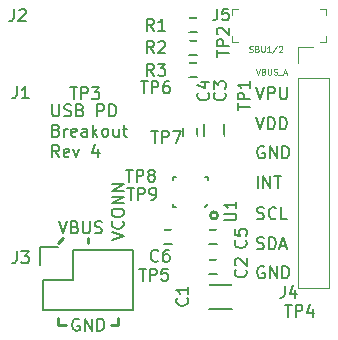
<source format=gto>
G04 #@! TF.GenerationSoftware,KiCad,Pcbnew,5.1.10*
G04 #@! TF.CreationDate,2021-05-27T14:54:43+02:00*
G04 #@! TF.ProjectId,USB-PD-Breakout,5553422d-5044-42d4-9272-65616b6f7574,rev?*
G04 #@! TF.SameCoordinates,Original*
G04 #@! TF.FileFunction,Legend,Top*
G04 #@! TF.FilePolarity,Positive*
%FSLAX46Y46*%
G04 Gerber Fmt 4.6, Leading zero omitted, Abs format (unit mm)*
G04 Created by KiCad (PCBNEW 5.1.10) date 2021-05-27 14:54:43*
%MOMM*%
%LPD*%
G01*
G04 APERTURE LIST*
%ADD10C,0.125000*%
%ADD11C,0.203200*%
%ADD12C,0.254000*%
%ADD13C,0.150000*%
%ADD14C,0.120000*%
%ADD15C,0.100000*%
%ADD16O,3.000000X1.500000*%
%ADD17O,2.500000X1.500000*%
%ADD18O,1.300000X2.000000*%
%ADD19O,2.127200X2.127200*%
%ADD20C,7.400000*%
%ADD21C,1.000000*%
%ADD22O,2.100000X2.100000*%
%ADD23C,1.670000*%
%ADD24C,2.500000*%
G04 APERTURE END LIST*
D10*
X129213942Y-77723180D02*
X129285371Y-77746990D01*
X129404419Y-77746990D01*
X129452038Y-77723180D01*
X129475847Y-77699371D01*
X129499657Y-77651752D01*
X129499657Y-77604133D01*
X129475847Y-77556514D01*
X129452038Y-77532704D01*
X129404419Y-77508895D01*
X129309180Y-77485085D01*
X129261561Y-77461276D01*
X129237752Y-77437466D01*
X129213942Y-77389847D01*
X129213942Y-77342228D01*
X129237752Y-77294609D01*
X129261561Y-77270800D01*
X129309180Y-77246990D01*
X129428228Y-77246990D01*
X129499657Y-77270800D01*
X129880609Y-77485085D02*
X129952038Y-77508895D01*
X129975847Y-77532704D01*
X129999657Y-77580323D01*
X129999657Y-77651752D01*
X129975847Y-77699371D01*
X129952038Y-77723180D01*
X129904419Y-77746990D01*
X129713942Y-77746990D01*
X129713942Y-77246990D01*
X129880609Y-77246990D01*
X129928228Y-77270800D01*
X129952038Y-77294609D01*
X129975847Y-77342228D01*
X129975847Y-77389847D01*
X129952038Y-77437466D01*
X129928228Y-77461276D01*
X129880609Y-77485085D01*
X129713942Y-77485085D01*
X130213942Y-77246990D02*
X130213942Y-77651752D01*
X130237752Y-77699371D01*
X130261561Y-77723180D01*
X130309180Y-77746990D01*
X130404419Y-77746990D01*
X130452038Y-77723180D01*
X130475847Y-77699371D01*
X130499657Y-77651752D01*
X130499657Y-77246990D01*
X130999657Y-77746990D02*
X130713942Y-77746990D01*
X130856800Y-77746990D02*
X130856800Y-77246990D01*
X130809180Y-77318419D01*
X130761561Y-77366038D01*
X130713942Y-77389847D01*
X131571085Y-77223180D02*
X131142514Y-77866038D01*
X131713942Y-77294609D02*
X131737752Y-77270800D01*
X131785371Y-77246990D01*
X131904419Y-77246990D01*
X131952038Y-77270800D01*
X131975847Y-77294609D01*
X131999657Y-77342228D01*
X131999657Y-77389847D01*
X131975847Y-77461276D01*
X131690133Y-77746990D01*
X131999657Y-77746990D01*
D11*
X112514984Y-82171419D02*
X112514984Y-82993895D01*
X112563365Y-83090657D01*
X112611746Y-83139038D01*
X112708508Y-83187419D01*
X112902032Y-83187419D01*
X112998794Y-83139038D01*
X113047175Y-83090657D01*
X113095556Y-82993895D01*
X113095556Y-82171419D01*
X113530984Y-83139038D02*
X113676127Y-83187419D01*
X113918032Y-83187419D01*
X114014794Y-83139038D01*
X114063175Y-83090657D01*
X114111556Y-82993895D01*
X114111556Y-82897133D01*
X114063175Y-82800371D01*
X114014794Y-82751990D01*
X113918032Y-82703609D01*
X113724508Y-82655228D01*
X113627746Y-82606847D01*
X113579365Y-82558466D01*
X113530984Y-82461704D01*
X113530984Y-82364942D01*
X113579365Y-82268180D01*
X113627746Y-82219800D01*
X113724508Y-82171419D01*
X113966413Y-82171419D01*
X114111556Y-82219800D01*
X114885651Y-82655228D02*
X115030794Y-82703609D01*
X115079175Y-82751990D01*
X115127556Y-82848752D01*
X115127556Y-82993895D01*
X115079175Y-83090657D01*
X115030794Y-83139038D01*
X114934032Y-83187419D01*
X114546984Y-83187419D01*
X114546984Y-82171419D01*
X114885651Y-82171419D01*
X114982413Y-82219800D01*
X115030794Y-82268180D01*
X115079175Y-82364942D01*
X115079175Y-82461704D01*
X115030794Y-82558466D01*
X114982413Y-82606847D01*
X114885651Y-82655228D01*
X114546984Y-82655228D01*
X116337080Y-83187419D02*
X116337080Y-82171419D01*
X116724127Y-82171419D01*
X116820889Y-82219800D01*
X116869270Y-82268180D01*
X116917651Y-82364942D01*
X116917651Y-82510085D01*
X116869270Y-82606847D01*
X116820889Y-82655228D01*
X116724127Y-82703609D01*
X116337080Y-82703609D01*
X117353080Y-83187419D02*
X117353080Y-82171419D01*
X117594984Y-82171419D01*
X117740127Y-82219800D01*
X117836889Y-82316561D01*
X117885270Y-82413323D01*
X117933651Y-82606847D01*
X117933651Y-82751990D01*
X117885270Y-82945514D01*
X117836889Y-83042276D01*
X117740127Y-83139038D01*
X117594984Y-83187419D01*
X117353080Y-83187419D01*
X112853651Y-84382428D02*
X112998794Y-84430809D01*
X113047175Y-84479190D01*
X113095556Y-84575952D01*
X113095556Y-84721095D01*
X113047175Y-84817857D01*
X112998794Y-84866238D01*
X112902032Y-84914619D01*
X112514984Y-84914619D01*
X112514984Y-83898619D01*
X112853651Y-83898619D01*
X112950413Y-83947000D01*
X112998794Y-83995380D01*
X113047175Y-84092142D01*
X113047175Y-84188904D01*
X112998794Y-84285666D01*
X112950413Y-84334047D01*
X112853651Y-84382428D01*
X112514984Y-84382428D01*
X113530984Y-84914619D02*
X113530984Y-84237285D01*
X113530984Y-84430809D02*
X113579365Y-84334047D01*
X113627746Y-84285666D01*
X113724508Y-84237285D01*
X113821270Y-84237285D01*
X114546984Y-84866238D02*
X114450222Y-84914619D01*
X114256699Y-84914619D01*
X114159937Y-84866238D01*
X114111556Y-84769476D01*
X114111556Y-84382428D01*
X114159937Y-84285666D01*
X114256699Y-84237285D01*
X114450222Y-84237285D01*
X114546984Y-84285666D01*
X114595365Y-84382428D01*
X114595365Y-84479190D01*
X114111556Y-84575952D01*
X115466222Y-84914619D02*
X115466222Y-84382428D01*
X115417841Y-84285666D01*
X115321080Y-84237285D01*
X115127556Y-84237285D01*
X115030794Y-84285666D01*
X115466222Y-84866238D02*
X115369460Y-84914619D01*
X115127556Y-84914619D01*
X115030794Y-84866238D01*
X114982413Y-84769476D01*
X114982413Y-84672714D01*
X115030794Y-84575952D01*
X115127556Y-84527571D01*
X115369460Y-84527571D01*
X115466222Y-84479190D01*
X115950032Y-84914619D02*
X115950032Y-83898619D01*
X116046794Y-84527571D02*
X116337080Y-84914619D01*
X116337080Y-84237285D02*
X115950032Y-84624333D01*
X116917651Y-84914619D02*
X116820889Y-84866238D01*
X116772508Y-84817857D01*
X116724127Y-84721095D01*
X116724127Y-84430809D01*
X116772508Y-84334047D01*
X116820889Y-84285666D01*
X116917651Y-84237285D01*
X117062794Y-84237285D01*
X117159556Y-84285666D01*
X117207937Y-84334047D01*
X117256318Y-84430809D01*
X117256318Y-84721095D01*
X117207937Y-84817857D01*
X117159556Y-84866238D01*
X117062794Y-84914619D01*
X116917651Y-84914619D01*
X118127175Y-84237285D02*
X118127175Y-84914619D01*
X117691746Y-84237285D02*
X117691746Y-84769476D01*
X117740127Y-84866238D01*
X117836889Y-84914619D01*
X117982032Y-84914619D01*
X118078794Y-84866238D01*
X118127175Y-84817857D01*
X118465841Y-84237285D02*
X118852889Y-84237285D01*
X118610984Y-83898619D02*
X118610984Y-84769476D01*
X118659365Y-84866238D01*
X118756127Y-84914619D01*
X118852889Y-84914619D01*
X113095556Y-86641819D02*
X112756889Y-86158009D01*
X112514984Y-86641819D02*
X112514984Y-85625819D01*
X112902032Y-85625819D01*
X112998794Y-85674200D01*
X113047175Y-85722580D01*
X113095556Y-85819342D01*
X113095556Y-85964485D01*
X113047175Y-86061247D01*
X112998794Y-86109628D01*
X112902032Y-86158009D01*
X112514984Y-86158009D01*
X113918032Y-86593438D02*
X113821270Y-86641819D01*
X113627746Y-86641819D01*
X113530984Y-86593438D01*
X113482603Y-86496676D01*
X113482603Y-86109628D01*
X113530984Y-86012866D01*
X113627746Y-85964485D01*
X113821270Y-85964485D01*
X113918032Y-86012866D01*
X113966413Y-86109628D01*
X113966413Y-86206390D01*
X113482603Y-86303152D01*
X114305080Y-85964485D02*
X114546984Y-86641819D01*
X114788889Y-85964485D01*
X116385460Y-85964485D02*
X116385460Y-86641819D01*
X116143556Y-85577438D02*
X115901651Y-86303152D01*
X116530603Y-86303152D01*
D12*
X113030000Y-93900000D02*
X113411000Y-93519000D01*
X115570000Y-93900000D02*
X115570000Y-93519000D01*
D11*
X113072333Y-92073619D02*
X113411000Y-93089619D01*
X113749666Y-92073619D01*
X114427000Y-92557428D02*
X114572142Y-92605809D01*
X114620523Y-92654190D01*
X114668904Y-92750952D01*
X114668904Y-92896095D01*
X114620523Y-92992857D01*
X114572142Y-93041238D01*
X114475380Y-93089619D01*
X114088333Y-93089619D01*
X114088333Y-92073619D01*
X114427000Y-92073619D01*
X114523761Y-92122000D01*
X114572142Y-92170380D01*
X114620523Y-92267142D01*
X114620523Y-92363904D01*
X114572142Y-92460666D01*
X114523761Y-92509047D01*
X114427000Y-92557428D01*
X114088333Y-92557428D01*
X115104333Y-92073619D02*
X115104333Y-92896095D01*
X115152714Y-92992857D01*
X115201095Y-93041238D01*
X115297857Y-93089619D01*
X115491380Y-93089619D01*
X115588142Y-93041238D01*
X115636523Y-92992857D01*
X115684904Y-92896095D01*
X115684904Y-92073619D01*
X116120333Y-93041238D02*
X116265476Y-93089619D01*
X116507380Y-93089619D01*
X116604142Y-93041238D01*
X116652523Y-92992857D01*
X116700904Y-92896095D01*
X116700904Y-92799333D01*
X116652523Y-92702571D01*
X116604142Y-92654190D01*
X116507380Y-92605809D01*
X116313857Y-92557428D01*
X116217095Y-92509047D01*
X116168714Y-92460666D01*
X116120333Y-92363904D01*
X116120333Y-92267142D01*
X116168714Y-92170380D01*
X116217095Y-92122000D01*
X116313857Y-92073619D01*
X116555761Y-92073619D01*
X116700904Y-92122000D01*
D12*
X113030000Y-100885000D02*
X113030000Y-100250000D01*
X113665000Y-100885000D02*
X113030000Y-100885000D01*
X118110000Y-100885000D02*
X118110000Y-100250000D01*
X117475000Y-100885000D02*
X118110000Y-100885000D01*
D11*
X114795904Y-100377000D02*
X114699142Y-100328619D01*
X114554000Y-100328619D01*
X114408857Y-100377000D01*
X114312095Y-100473761D01*
X114263714Y-100570523D01*
X114215333Y-100764047D01*
X114215333Y-100909190D01*
X114263714Y-101102714D01*
X114312095Y-101199476D01*
X114408857Y-101296238D01*
X114554000Y-101344619D01*
X114650761Y-101344619D01*
X114795904Y-101296238D01*
X114844285Y-101247857D01*
X114844285Y-100909190D01*
X114650761Y-100909190D01*
X115279714Y-101344619D02*
X115279714Y-100328619D01*
X115860285Y-101344619D01*
X115860285Y-100328619D01*
X116344095Y-101344619D02*
X116344095Y-100328619D01*
X116586000Y-100328619D01*
X116731142Y-100377000D01*
X116827904Y-100473761D01*
X116876285Y-100570523D01*
X116924666Y-100764047D01*
X116924666Y-100909190D01*
X116876285Y-101102714D01*
X116827904Y-101199476D01*
X116731142Y-101296238D01*
X116586000Y-101344619D01*
X116344095Y-101344619D01*
X117553619Y-93671158D02*
X118569619Y-93332491D01*
X117553619Y-92993824D01*
X118472857Y-92074586D02*
X118521238Y-92122967D01*
X118569619Y-92268110D01*
X118569619Y-92364872D01*
X118521238Y-92510015D01*
X118424476Y-92606777D01*
X118327714Y-92655158D01*
X118134190Y-92703539D01*
X117989047Y-92703539D01*
X117795523Y-92655158D01*
X117698761Y-92606777D01*
X117602000Y-92510015D01*
X117553619Y-92364872D01*
X117553619Y-92268110D01*
X117602000Y-92122967D01*
X117650380Y-92074586D01*
X117553619Y-91445634D02*
X117553619Y-91252110D01*
X117602000Y-91155348D01*
X117698761Y-91058586D01*
X117892285Y-91010205D01*
X118230952Y-91010205D01*
X118424476Y-91058586D01*
X118521238Y-91155348D01*
X118569619Y-91252110D01*
X118569619Y-91445634D01*
X118521238Y-91542396D01*
X118424476Y-91639158D01*
X118230952Y-91687539D01*
X117892285Y-91687539D01*
X117698761Y-91639158D01*
X117602000Y-91542396D01*
X117553619Y-91445634D01*
X118569619Y-90574777D02*
X117553619Y-90574777D01*
X118569619Y-89994205D01*
X117553619Y-89994205D01*
X118569619Y-89510396D02*
X117553619Y-89510396D01*
X118569619Y-88929824D01*
X117553619Y-88929824D01*
X129768841Y-83263619D02*
X130107508Y-84279619D01*
X130446175Y-83263619D01*
X130784841Y-84279619D02*
X130784841Y-83263619D01*
X131026746Y-83263619D01*
X131171889Y-83312000D01*
X131268651Y-83408761D01*
X131317032Y-83505523D01*
X131365413Y-83699047D01*
X131365413Y-83844190D01*
X131317032Y-84037714D01*
X131268651Y-84134476D01*
X131171889Y-84231238D01*
X131026746Y-84279619D01*
X130784841Y-84279619D01*
X131800841Y-84279619D02*
X131800841Y-83263619D01*
X132042746Y-83263619D01*
X132187889Y-83312000D01*
X132284651Y-83408761D01*
X132333032Y-83505523D01*
X132381413Y-83699047D01*
X132381413Y-83844190D01*
X132333032Y-84037714D01*
X132284651Y-84134476D01*
X132187889Y-84231238D01*
X132042746Y-84279619D01*
X131800841Y-84279619D01*
X130446175Y-85772000D02*
X130349413Y-85723619D01*
X130204270Y-85723619D01*
X130059127Y-85772000D01*
X129962365Y-85868761D01*
X129913984Y-85965523D01*
X129865603Y-86159047D01*
X129865603Y-86304190D01*
X129913984Y-86497714D01*
X129962365Y-86594476D01*
X130059127Y-86691238D01*
X130204270Y-86739619D01*
X130301032Y-86739619D01*
X130446175Y-86691238D01*
X130494556Y-86642857D01*
X130494556Y-86304190D01*
X130301032Y-86304190D01*
X130929984Y-86739619D02*
X130929984Y-85723619D01*
X131510556Y-86739619D01*
X131510556Y-85723619D01*
X131994365Y-86739619D02*
X131994365Y-85723619D01*
X132236270Y-85723619D01*
X132381413Y-85772000D01*
X132478175Y-85868761D01*
X132526556Y-85965523D01*
X132574937Y-86159047D01*
X132574937Y-86304190D01*
X132526556Y-86497714D01*
X132478175Y-86594476D01*
X132381413Y-86691238D01*
X132236270Y-86739619D01*
X131994365Y-86739619D01*
X129865603Y-94391238D02*
X130010746Y-94439619D01*
X130252651Y-94439619D01*
X130349413Y-94391238D01*
X130397794Y-94342857D01*
X130446175Y-94246095D01*
X130446175Y-94149333D01*
X130397794Y-94052571D01*
X130349413Y-94004190D01*
X130252651Y-93955809D01*
X130059127Y-93907428D01*
X129962365Y-93859047D01*
X129913984Y-93810666D01*
X129865603Y-93713904D01*
X129865603Y-93617142D01*
X129913984Y-93520380D01*
X129962365Y-93472000D01*
X130059127Y-93423619D01*
X130301032Y-93423619D01*
X130446175Y-93472000D01*
X130881603Y-94439619D02*
X130881603Y-93423619D01*
X131123508Y-93423619D01*
X131268651Y-93472000D01*
X131365413Y-93568761D01*
X131413794Y-93665523D01*
X131462175Y-93859047D01*
X131462175Y-94004190D01*
X131413794Y-94197714D01*
X131365413Y-94294476D01*
X131268651Y-94391238D01*
X131123508Y-94439619D01*
X130881603Y-94439619D01*
X131849222Y-94149333D02*
X132333032Y-94149333D01*
X131752460Y-94439619D02*
X132091127Y-93423619D01*
X132429794Y-94439619D01*
X129913984Y-89279619D02*
X129913984Y-88263619D01*
X130397794Y-89279619D02*
X130397794Y-88263619D01*
X130978365Y-89279619D01*
X130978365Y-88263619D01*
X131317032Y-88263619D02*
X131897603Y-88263619D01*
X131607318Y-89279619D02*
X131607318Y-88263619D01*
X129768841Y-80723619D02*
X130107508Y-81739619D01*
X130446175Y-80723619D01*
X130784841Y-81739619D02*
X130784841Y-80723619D01*
X131171889Y-80723619D01*
X131268651Y-80772000D01*
X131317032Y-80820380D01*
X131365413Y-80917142D01*
X131365413Y-81062285D01*
X131317032Y-81159047D01*
X131268651Y-81207428D01*
X131171889Y-81255809D01*
X130784841Y-81255809D01*
X131800841Y-80723619D02*
X131800841Y-81546095D01*
X131849222Y-81642857D01*
X131897603Y-81691238D01*
X131994365Y-81739619D01*
X132187889Y-81739619D01*
X132284651Y-81691238D01*
X132333032Y-81642857D01*
X132381413Y-81546095D01*
X132381413Y-80723619D01*
D10*
X129770469Y-79177390D02*
X129937135Y-79677390D01*
X130103802Y-79177390D01*
X130437135Y-79415485D02*
X130508564Y-79439295D01*
X130532373Y-79463104D01*
X130556183Y-79510723D01*
X130556183Y-79582152D01*
X130532373Y-79629771D01*
X130508564Y-79653580D01*
X130460945Y-79677390D01*
X130270469Y-79677390D01*
X130270469Y-79177390D01*
X130437135Y-79177390D01*
X130484754Y-79201200D01*
X130508564Y-79225009D01*
X130532373Y-79272628D01*
X130532373Y-79320247D01*
X130508564Y-79367866D01*
X130484754Y-79391676D01*
X130437135Y-79415485D01*
X130270469Y-79415485D01*
X130770469Y-79177390D02*
X130770469Y-79582152D01*
X130794278Y-79629771D01*
X130818088Y-79653580D01*
X130865707Y-79677390D01*
X130960945Y-79677390D01*
X131008564Y-79653580D01*
X131032373Y-79629771D01*
X131056183Y-79582152D01*
X131056183Y-79177390D01*
X131270469Y-79653580D02*
X131341897Y-79677390D01*
X131460945Y-79677390D01*
X131508564Y-79653580D01*
X131532373Y-79629771D01*
X131556183Y-79582152D01*
X131556183Y-79534533D01*
X131532373Y-79486914D01*
X131508564Y-79463104D01*
X131460945Y-79439295D01*
X131365707Y-79415485D01*
X131318088Y-79391676D01*
X131294278Y-79367866D01*
X131270469Y-79320247D01*
X131270469Y-79272628D01*
X131294278Y-79225009D01*
X131318088Y-79201200D01*
X131365707Y-79177390D01*
X131484754Y-79177390D01*
X131556183Y-79201200D01*
X131651421Y-79725009D02*
X132032373Y-79725009D01*
X132127611Y-79534533D02*
X132365707Y-79534533D01*
X132079992Y-79677390D02*
X132246659Y-79177390D01*
X132413326Y-79677390D01*
D11*
X129865603Y-91851238D02*
X130010746Y-91899619D01*
X130252651Y-91899619D01*
X130349413Y-91851238D01*
X130397794Y-91802857D01*
X130446175Y-91706095D01*
X130446175Y-91609333D01*
X130397794Y-91512571D01*
X130349413Y-91464190D01*
X130252651Y-91415809D01*
X130059127Y-91367428D01*
X129962365Y-91319047D01*
X129913984Y-91270666D01*
X129865603Y-91173904D01*
X129865603Y-91077142D01*
X129913984Y-90980380D01*
X129962365Y-90932000D01*
X130059127Y-90883619D01*
X130301032Y-90883619D01*
X130446175Y-90932000D01*
X131462175Y-91802857D02*
X131413794Y-91851238D01*
X131268651Y-91899619D01*
X131171889Y-91899619D01*
X131026746Y-91851238D01*
X130929984Y-91754476D01*
X130881603Y-91657714D01*
X130833222Y-91464190D01*
X130833222Y-91319047D01*
X130881603Y-91125523D01*
X130929984Y-91028761D01*
X131026746Y-90932000D01*
X131171889Y-90883619D01*
X131268651Y-90883619D01*
X131413794Y-90932000D01*
X131462175Y-90980380D01*
X132381413Y-91899619D02*
X131897603Y-91899619D01*
X131897603Y-90883619D01*
X130446175Y-95932000D02*
X130349413Y-95883619D01*
X130204270Y-95883619D01*
X130059127Y-95932000D01*
X129962365Y-96028761D01*
X129913984Y-96125523D01*
X129865603Y-96319047D01*
X129865603Y-96464190D01*
X129913984Y-96657714D01*
X129962365Y-96754476D01*
X130059127Y-96851238D01*
X130204270Y-96899619D01*
X130301032Y-96899619D01*
X130446175Y-96851238D01*
X130494556Y-96802857D01*
X130494556Y-96464190D01*
X130301032Y-96464190D01*
X130929984Y-96899619D02*
X130929984Y-95883619D01*
X131510556Y-96899619D01*
X131510556Y-95883619D01*
X131994365Y-96899619D02*
X131994365Y-95883619D01*
X132236270Y-95883619D01*
X132381413Y-95932000D01*
X132478175Y-96028761D01*
X132526556Y-96125523D01*
X132574937Y-96319047D01*
X132574937Y-96464190D01*
X132526556Y-96657714D01*
X132478175Y-96754476D01*
X132381413Y-96851238D01*
X132236270Y-96899619D01*
X131994365Y-96899619D01*
D13*
X114300000Y-99615000D02*
X111760000Y-99615000D01*
X111760000Y-99615000D02*
X111760000Y-97075000D01*
X111480000Y-94255000D02*
X111480000Y-95805000D01*
X119380000Y-99615000D02*
X114300000Y-99615000D01*
X119380000Y-94535000D02*
X119380000Y-99615000D01*
X114300000Y-97075000D02*
X114300000Y-94535000D01*
X111760000Y-97075000D02*
X114300000Y-97075000D01*
X111480000Y-94255000D02*
X113030000Y-94255000D01*
X119380000Y-94535000D02*
X114300000Y-94535000D01*
X125746000Y-99497000D02*
X127746000Y-99497000D01*
X127746000Y-97447000D02*
X125746000Y-97447000D01*
X126461000Y-96532000D02*
X125761000Y-96532000D01*
X125761000Y-95332000D02*
X126461000Y-95332000D01*
X127088000Y-84828000D02*
X127088000Y-83828000D01*
X125388000Y-83828000D02*
X125388000Y-84828000D01*
X124806000Y-84152000D02*
X124806000Y-84852000D01*
X123606000Y-84852000D02*
X123606000Y-84152000D01*
X126461000Y-93992000D02*
X125761000Y-93992000D01*
X125761000Y-92792000D02*
X126461000Y-92792000D01*
X121951000Y-92792000D02*
X122651000Y-92792000D01*
X122651000Y-93992000D02*
X121951000Y-93992000D01*
X124110000Y-74885000D02*
X124810000Y-74885000D01*
X124810000Y-76085000D02*
X124110000Y-76085000D01*
X124110000Y-76790000D02*
X124810000Y-76790000D01*
X124810000Y-77990000D02*
X124110000Y-77990000D01*
X124110000Y-78695000D02*
X124810000Y-78695000D01*
X124810000Y-79895000D02*
X124110000Y-79895000D01*
X122706000Y-88332000D02*
X122706000Y-88582000D01*
X122956000Y-88332000D02*
X122706000Y-88332000D01*
X125706000Y-88332000D02*
X125706000Y-88582000D01*
X125456000Y-88332000D02*
X125706000Y-88332000D01*
X122706000Y-90832000D02*
X122706000Y-90582000D01*
X122956000Y-90832000D02*
X122706000Y-90832000D01*
X125706000Y-90582000D02*
X125456000Y-90832000D01*
D12*
X126506000Y-91582000D02*
G75*
G03*
X126506000Y-91582000I-300000J0D01*
G01*
D14*
X133290000Y-79930000D02*
X133290000Y-97770000D01*
X133290000Y-97770000D02*
X135950000Y-97770000D01*
X135950000Y-97770000D02*
X135950000Y-79930000D01*
X135950000Y-79930000D02*
X133290000Y-79930000D01*
X133290000Y-78660000D02*
X133290000Y-77330000D01*
X133290000Y-77330000D02*
X134620000Y-77330000D01*
D15*
X135659000Y-74101500D02*
X135159000Y-74101500D01*
X135659000Y-74101500D02*
X135659000Y-74601500D01*
X127759000Y-74101500D02*
X128259000Y-74101500D01*
X127759000Y-74101500D02*
X127759000Y-74601500D01*
X127759000Y-76901500D02*
X127759000Y-76401500D01*
X127759000Y-76901500D02*
X128259000Y-76901500D01*
X135659000Y-76901500D02*
X135159000Y-76901500D01*
X135659000Y-76901500D02*
X135659000Y-76401500D01*
D11*
X109516333Y-80643619D02*
X109516333Y-81369333D01*
X109467952Y-81514476D01*
X109371190Y-81611238D01*
X109226047Y-81659619D01*
X109129285Y-81659619D01*
X110532333Y-81659619D02*
X109951761Y-81659619D01*
X110242047Y-81659619D02*
X110242047Y-80643619D01*
X110145285Y-80788761D01*
X110048523Y-80885523D01*
X109951761Y-80933904D01*
X109262333Y-74119619D02*
X109262333Y-74845333D01*
X109213952Y-74990476D01*
X109117190Y-75087238D01*
X108972047Y-75135619D01*
X108875285Y-75135619D01*
X109697761Y-74216380D02*
X109746142Y-74168000D01*
X109842904Y-74119619D01*
X110084809Y-74119619D01*
X110181571Y-74168000D01*
X110229952Y-74216380D01*
X110278333Y-74313142D01*
X110278333Y-74409904D01*
X110229952Y-74555047D01*
X109649380Y-75135619D01*
X110278333Y-75135619D01*
X109516333Y-94613619D02*
X109516333Y-95339333D01*
X109467952Y-95484476D01*
X109371190Y-95581238D01*
X109226047Y-95629619D01*
X109129285Y-95629619D01*
X109903380Y-94613619D02*
X110532333Y-94613619D01*
X110193666Y-95000666D01*
X110338809Y-95000666D01*
X110435571Y-95049047D01*
X110483952Y-95097428D01*
X110532333Y-95194190D01*
X110532333Y-95436095D01*
X110483952Y-95532857D01*
X110435571Y-95581238D01*
X110338809Y-95629619D01*
X110048523Y-95629619D01*
X109951761Y-95581238D01*
X109903380Y-95532857D01*
X123933857Y-98594333D02*
X123982238Y-98642714D01*
X124030619Y-98787857D01*
X124030619Y-98884619D01*
X123982238Y-99029761D01*
X123885476Y-99126523D01*
X123788714Y-99174904D01*
X123595190Y-99223285D01*
X123450047Y-99223285D01*
X123256523Y-99174904D01*
X123159761Y-99126523D01*
X123063000Y-99029761D01*
X123014619Y-98884619D01*
X123014619Y-98787857D01*
X123063000Y-98642714D01*
X123111380Y-98594333D01*
X124030619Y-97626714D02*
X124030619Y-98207285D01*
X124030619Y-97917000D02*
X123014619Y-97917000D01*
X123159761Y-98013761D01*
X123256523Y-98110523D01*
X123304904Y-98207285D01*
X128886857Y-96181333D02*
X128935238Y-96229714D01*
X128983619Y-96374857D01*
X128983619Y-96471619D01*
X128935238Y-96616761D01*
X128838476Y-96713523D01*
X128741714Y-96761904D01*
X128548190Y-96810285D01*
X128403047Y-96810285D01*
X128209523Y-96761904D01*
X128112761Y-96713523D01*
X128016000Y-96616761D01*
X127967619Y-96471619D01*
X127967619Y-96374857D01*
X128016000Y-96229714D01*
X128064380Y-96181333D01*
X128064380Y-95794285D02*
X128016000Y-95745904D01*
X127967619Y-95649142D01*
X127967619Y-95407238D01*
X128016000Y-95310476D01*
X128064380Y-95262095D01*
X128161142Y-95213714D01*
X128257904Y-95213714D01*
X128403047Y-95262095D01*
X128983619Y-95842666D01*
X128983619Y-95213714D01*
X127108857Y-81195333D02*
X127157238Y-81243714D01*
X127205619Y-81388857D01*
X127205619Y-81485619D01*
X127157238Y-81630761D01*
X127060476Y-81727523D01*
X126963714Y-81775904D01*
X126770190Y-81824285D01*
X126625047Y-81824285D01*
X126431523Y-81775904D01*
X126334761Y-81727523D01*
X126238000Y-81630761D01*
X126189619Y-81485619D01*
X126189619Y-81388857D01*
X126238000Y-81243714D01*
X126286380Y-81195333D01*
X126189619Y-80856666D02*
X126189619Y-80227714D01*
X126576666Y-80566380D01*
X126576666Y-80421238D01*
X126625047Y-80324476D01*
X126673428Y-80276095D01*
X126770190Y-80227714D01*
X127012095Y-80227714D01*
X127108857Y-80276095D01*
X127157238Y-80324476D01*
X127205619Y-80421238D01*
X127205619Y-80711523D01*
X127157238Y-80808285D01*
X127108857Y-80856666D01*
X125711857Y-81195333D02*
X125760238Y-81243714D01*
X125808619Y-81388857D01*
X125808619Y-81485619D01*
X125760238Y-81630761D01*
X125663476Y-81727523D01*
X125566714Y-81775904D01*
X125373190Y-81824285D01*
X125228047Y-81824285D01*
X125034523Y-81775904D01*
X124937761Y-81727523D01*
X124841000Y-81630761D01*
X124792619Y-81485619D01*
X124792619Y-81388857D01*
X124841000Y-81243714D01*
X124889380Y-81195333D01*
X125131285Y-80324476D02*
X125808619Y-80324476D01*
X124744238Y-80566380D02*
X125469952Y-80808285D01*
X125469952Y-80179333D01*
X128886857Y-93688333D02*
X128935238Y-93736714D01*
X128983619Y-93881857D01*
X128983619Y-93978619D01*
X128935238Y-94123761D01*
X128838476Y-94220523D01*
X128741714Y-94268904D01*
X128548190Y-94317285D01*
X128403047Y-94317285D01*
X128209523Y-94268904D01*
X128112761Y-94220523D01*
X128016000Y-94123761D01*
X127967619Y-93978619D01*
X127967619Y-93881857D01*
X128016000Y-93736714D01*
X128064380Y-93688333D01*
X127967619Y-92769095D02*
X127967619Y-93252904D01*
X128451428Y-93301285D01*
X128403047Y-93252904D01*
X128354666Y-93156142D01*
X128354666Y-92914238D01*
X128403047Y-92817476D01*
X128451428Y-92769095D01*
X128548190Y-92720714D01*
X128790095Y-92720714D01*
X128886857Y-92769095D01*
X128935238Y-92817476D01*
X128983619Y-92914238D01*
X128983619Y-93156142D01*
X128935238Y-93252904D01*
X128886857Y-93301285D01*
X121496666Y-95405857D02*
X121448285Y-95454238D01*
X121303142Y-95502619D01*
X121206380Y-95502619D01*
X121061238Y-95454238D01*
X120964476Y-95357476D01*
X120916095Y-95260714D01*
X120867714Y-95067190D01*
X120867714Y-94922047D01*
X120916095Y-94728523D01*
X120964476Y-94631761D01*
X121061238Y-94535000D01*
X121206380Y-94486619D01*
X121303142Y-94486619D01*
X121448285Y-94535000D01*
X121496666Y-94583380D01*
X122367523Y-94486619D02*
X122174000Y-94486619D01*
X122077238Y-94535000D01*
X122028857Y-94583380D01*
X121932095Y-94728523D01*
X121883714Y-94922047D01*
X121883714Y-95309095D01*
X121932095Y-95405857D01*
X121980476Y-95454238D01*
X122077238Y-95502619D01*
X122270761Y-95502619D01*
X122367523Y-95454238D01*
X122415904Y-95405857D01*
X122464285Y-95309095D01*
X122464285Y-95067190D01*
X122415904Y-94970428D01*
X122367523Y-94922047D01*
X122270761Y-94873666D01*
X122077238Y-94873666D01*
X121980476Y-94922047D01*
X121932095Y-94970428D01*
X121883714Y-95067190D01*
X121115666Y-75944619D02*
X120777000Y-75460809D01*
X120535095Y-75944619D02*
X120535095Y-74928619D01*
X120922142Y-74928619D01*
X121018904Y-74977000D01*
X121067285Y-75025380D01*
X121115666Y-75122142D01*
X121115666Y-75267285D01*
X121067285Y-75364047D01*
X121018904Y-75412428D01*
X120922142Y-75460809D01*
X120535095Y-75460809D01*
X122083285Y-75944619D02*
X121502714Y-75944619D01*
X121793000Y-75944619D02*
X121793000Y-74928619D01*
X121696238Y-75073761D01*
X121599476Y-75170523D01*
X121502714Y-75218904D01*
X121115666Y-77849619D02*
X120777000Y-77365809D01*
X120535095Y-77849619D02*
X120535095Y-76833619D01*
X120922142Y-76833619D01*
X121018904Y-76882000D01*
X121067285Y-76930380D01*
X121115666Y-77027142D01*
X121115666Y-77172285D01*
X121067285Y-77269047D01*
X121018904Y-77317428D01*
X120922142Y-77365809D01*
X120535095Y-77365809D01*
X121502714Y-76930380D02*
X121551095Y-76882000D01*
X121647857Y-76833619D01*
X121889761Y-76833619D01*
X121986523Y-76882000D01*
X122034904Y-76930380D01*
X122083285Y-77027142D01*
X122083285Y-77123904D01*
X122034904Y-77269047D01*
X121454333Y-77849619D01*
X122083285Y-77849619D01*
X121115666Y-79754619D02*
X120777000Y-79270809D01*
X120535095Y-79754619D02*
X120535095Y-78738619D01*
X120922142Y-78738619D01*
X121018904Y-78787000D01*
X121067285Y-78835380D01*
X121115666Y-78932142D01*
X121115666Y-79077285D01*
X121067285Y-79174047D01*
X121018904Y-79222428D01*
X120922142Y-79270809D01*
X120535095Y-79270809D01*
X121454333Y-78738619D02*
X122083285Y-78738619D01*
X121744619Y-79125666D01*
X121889761Y-79125666D01*
X121986523Y-79174047D01*
X122034904Y-79222428D01*
X122083285Y-79319190D01*
X122083285Y-79561095D01*
X122034904Y-79657857D01*
X121986523Y-79706238D01*
X121889761Y-79754619D01*
X121599476Y-79754619D01*
X121502714Y-79706238D01*
X121454333Y-79657857D01*
X127078619Y-92007095D02*
X127901095Y-92007095D01*
X127997857Y-91958714D01*
X128046238Y-91910333D01*
X128094619Y-91813571D01*
X128094619Y-91620047D01*
X128046238Y-91523285D01*
X127997857Y-91474904D01*
X127901095Y-91426523D01*
X127078619Y-91426523D01*
X128094619Y-90410523D02*
X128094619Y-90991095D01*
X128094619Y-90700809D02*
X127078619Y-90700809D01*
X127223761Y-90797571D01*
X127320523Y-90894333D01*
X127368904Y-90991095D01*
X132185833Y-97551119D02*
X132185833Y-98276833D01*
X132137452Y-98421976D01*
X132040690Y-98518738D01*
X131895547Y-98567119D01*
X131798785Y-98567119D01*
X133105071Y-97889785D02*
X133105071Y-98567119D01*
X132863166Y-97502738D02*
X132621261Y-98228452D01*
X133250214Y-98228452D01*
X128221619Y-82689095D02*
X128221619Y-82108523D01*
X129237619Y-82398809D02*
X128221619Y-82398809D01*
X129237619Y-81769857D02*
X128221619Y-81769857D01*
X128221619Y-81382809D01*
X128270000Y-81286047D01*
X128318380Y-81237666D01*
X128415142Y-81189285D01*
X128560285Y-81189285D01*
X128657047Y-81237666D01*
X128705428Y-81286047D01*
X128753809Y-81382809D01*
X128753809Y-81769857D01*
X129237619Y-80221666D02*
X129237619Y-80802238D01*
X129237619Y-80511952D02*
X128221619Y-80511952D01*
X128366761Y-80608714D01*
X128463523Y-80705476D01*
X128511904Y-80802238D01*
X126443619Y-78142495D02*
X126443619Y-77561923D01*
X127459619Y-77852209D02*
X126443619Y-77852209D01*
X127459619Y-77223257D02*
X126443619Y-77223257D01*
X126443619Y-76836209D01*
X126492000Y-76739447D01*
X126540380Y-76691066D01*
X126637142Y-76642685D01*
X126782285Y-76642685D01*
X126879047Y-76691066D01*
X126927428Y-76739447D01*
X126975809Y-76836209D01*
X126975809Y-77223257D01*
X126540380Y-76255638D02*
X126492000Y-76207257D01*
X126443619Y-76110495D01*
X126443619Y-75868590D01*
X126492000Y-75771828D01*
X126540380Y-75723447D01*
X126637142Y-75675066D01*
X126733904Y-75675066D01*
X126879047Y-75723447D01*
X127459619Y-76304019D01*
X127459619Y-75675066D01*
X114033904Y-80723619D02*
X114614476Y-80723619D01*
X114324190Y-81739619D02*
X114324190Y-80723619D01*
X114953142Y-81739619D02*
X114953142Y-80723619D01*
X115340190Y-80723619D01*
X115436952Y-80772000D01*
X115485333Y-80820380D01*
X115533714Y-80917142D01*
X115533714Y-81062285D01*
X115485333Y-81159047D01*
X115436952Y-81207428D01*
X115340190Y-81255809D01*
X114953142Y-81255809D01*
X115872380Y-80723619D02*
X116501333Y-80723619D01*
X116162666Y-81110666D01*
X116307809Y-81110666D01*
X116404571Y-81159047D01*
X116452952Y-81207428D01*
X116501333Y-81304190D01*
X116501333Y-81546095D01*
X116452952Y-81642857D01*
X116404571Y-81691238D01*
X116307809Y-81739619D01*
X116017523Y-81739619D01*
X115920761Y-81691238D01*
X115872380Y-81642857D01*
X132194904Y-99138619D02*
X132775476Y-99138619D01*
X132485190Y-100154619D02*
X132485190Y-99138619D01*
X133114142Y-100154619D02*
X133114142Y-99138619D01*
X133501190Y-99138619D01*
X133597952Y-99187000D01*
X133646333Y-99235380D01*
X133694714Y-99332142D01*
X133694714Y-99477285D01*
X133646333Y-99574047D01*
X133597952Y-99622428D01*
X133501190Y-99670809D01*
X133114142Y-99670809D01*
X134565571Y-99477285D02*
X134565571Y-100154619D01*
X134323666Y-99090238D02*
X134081761Y-99815952D01*
X134710714Y-99815952D01*
X119875904Y-96090619D02*
X120456476Y-96090619D01*
X120166190Y-97106619D02*
X120166190Y-96090619D01*
X120795142Y-97106619D02*
X120795142Y-96090619D01*
X121182190Y-96090619D01*
X121278952Y-96139000D01*
X121327333Y-96187380D01*
X121375714Y-96284142D01*
X121375714Y-96429285D01*
X121327333Y-96526047D01*
X121278952Y-96574428D01*
X121182190Y-96622809D01*
X120795142Y-96622809D01*
X122294952Y-96090619D02*
X121811142Y-96090619D01*
X121762761Y-96574428D01*
X121811142Y-96526047D01*
X121907904Y-96477666D01*
X122149809Y-96477666D01*
X122246571Y-96526047D01*
X122294952Y-96574428D01*
X122343333Y-96671190D01*
X122343333Y-96913095D01*
X122294952Y-97009857D01*
X122246571Y-97058238D01*
X122149809Y-97106619D01*
X121907904Y-97106619D01*
X121811142Y-97058238D01*
X121762761Y-97009857D01*
X120002904Y-80215619D02*
X120583476Y-80215619D01*
X120293190Y-81231619D02*
X120293190Y-80215619D01*
X120922142Y-81231619D02*
X120922142Y-80215619D01*
X121309190Y-80215619D01*
X121405952Y-80264000D01*
X121454333Y-80312380D01*
X121502714Y-80409142D01*
X121502714Y-80554285D01*
X121454333Y-80651047D01*
X121405952Y-80699428D01*
X121309190Y-80747809D01*
X120922142Y-80747809D01*
X122373571Y-80215619D02*
X122180047Y-80215619D01*
X122083285Y-80264000D01*
X122034904Y-80312380D01*
X121938142Y-80457523D01*
X121889761Y-80651047D01*
X121889761Y-81038095D01*
X121938142Y-81134857D01*
X121986523Y-81183238D01*
X122083285Y-81231619D01*
X122276809Y-81231619D01*
X122373571Y-81183238D01*
X122421952Y-81134857D01*
X122470333Y-81038095D01*
X122470333Y-80796190D01*
X122421952Y-80699428D01*
X122373571Y-80651047D01*
X122276809Y-80602666D01*
X122083285Y-80602666D01*
X121986523Y-80651047D01*
X121938142Y-80699428D01*
X121889761Y-80796190D01*
X120891904Y-84406619D02*
X121472476Y-84406619D01*
X121182190Y-85422619D02*
X121182190Y-84406619D01*
X121811142Y-85422619D02*
X121811142Y-84406619D01*
X122198190Y-84406619D01*
X122294952Y-84455000D01*
X122343333Y-84503380D01*
X122391714Y-84600142D01*
X122391714Y-84745285D01*
X122343333Y-84842047D01*
X122294952Y-84890428D01*
X122198190Y-84938809D01*
X121811142Y-84938809D01*
X122730380Y-84406619D02*
X123407714Y-84406619D01*
X122972285Y-85422619D01*
X118732904Y-87708619D02*
X119313476Y-87708619D01*
X119023190Y-88724619D02*
X119023190Y-87708619D01*
X119652142Y-88724619D02*
X119652142Y-87708619D01*
X120039190Y-87708619D01*
X120135952Y-87757000D01*
X120184333Y-87805380D01*
X120232714Y-87902142D01*
X120232714Y-88047285D01*
X120184333Y-88144047D01*
X120135952Y-88192428D01*
X120039190Y-88240809D01*
X119652142Y-88240809D01*
X120813285Y-88144047D02*
X120716523Y-88095666D01*
X120668142Y-88047285D01*
X120619761Y-87950523D01*
X120619761Y-87902142D01*
X120668142Y-87805380D01*
X120716523Y-87757000D01*
X120813285Y-87708619D01*
X121006809Y-87708619D01*
X121103571Y-87757000D01*
X121151952Y-87805380D01*
X121200333Y-87902142D01*
X121200333Y-87950523D01*
X121151952Y-88047285D01*
X121103571Y-88095666D01*
X121006809Y-88144047D01*
X120813285Y-88144047D01*
X120716523Y-88192428D01*
X120668142Y-88240809D01*
X120619761Y-88337571D01*
X120619761Y-88531095D01*
X120668142Y-88627857D01*
X120716523Y-88676238D01*
X120813285Y-88724619D01*
X121006809Y-88724619D01*
X121103571Y-88676238D01*
X121151952Y-88627857D01*
X121200333Y-88531095D01*
X121200333Y-88337571D01*
X121151952Y-88240809D01*
X121103571Y-88192428D01*
X121006809Y-88144047D01*
X118859904Y-89232619D02*
X119440476Y-89232619D01*
X119150190Y-90248619D02*
X119150190Y-89232619D01*
X119779142Y-90248619D02*
X119779142Y-89232619D01*
X120166190Y-89232619D01*
X120262952Y-89281000D01*
X120311333Y-89329380D01*
X120359714Y-89426142D01*
X120359714Y-89571285D01*
X120311333Y-89668047D01*
X120262952Y-89716428D01*
X120166190Y-89764809D01*
X119779142Y-89764809D01*
X120843523Y-90248619D02*
X121037047Y-90248619D01*
X121133809Y-90200238D01*
X121182190Y-90151857D01*
X121278952Y-90006714D01*
X121327333Y-89813190D01*
X121327333Y-89426142D01*
X121278952Y-89329380D01*
X121230571Y-89281000D01*
X121133809Y-89232619D01*
X120940285Y-89232619D01*
X120843523Y-89281000D01*
X120795142Y-89329380D01*
X120746761Y-89426142D01*
X120746761Y-89668047D01*
X120795142Y-89764809D01*
X120843523Y-89813190D01*
X120940285Y-89861571D01*
X121133809Y-89861571D01*
X121230571Y-89813190D01*
X121278952Y-89764809D01*
X121327333Y-89668047D01*
D13*
X126476166Y-74077580D02*
X126476166Y-74791866D01*
X126428547Y-74934723D01*
X126333309Y-75029961D01*
X126190452Y-75077580D01*
X126095214Y-75077580D01*
X127428547Y-74077580D02*
X126952357Y-74077580D01*
X126904738Y-74553771D01*
X126952357Y-74506152D01*
X127047595Y-74458533D01*
X127285690Y-74458533D01*
X127380928Y-74506152D01*
X127428547Y-74553771D01*
X127476166Y-74649009D01*
X127476166Y-74887104D01*
X127428547Y-74982342D01*
X127380928Y-75029961D01*
X127285690Y-75077580D01*
X127047595Y-75077580D01*
X126952357Y-75029961D01*
X126904738Y-74982342D01*
%LPC*%
D16*
X103370000Y-91920000D03*
X103370000Y-83280000D03*
D17*
X108730000Y-91920000D03*
X108730000Y-83280000D03*
G36*
G01*
X107490000Y-83800000D02*
X108190000Y-83800000D01*
G75*
G02*
X108390000Y-84000000I0J-200000D01*
G01*
X108390000Y-85000000D01*
G75*
G02*
X108190000Y-85200000I-200000J0D01*
G01*
X107490000Y-85200000D01*
G75*
G02*
X107290000Y-85000000I0J200000D01*
G01*
X107290000Y-84000000D01*
G75*
G02*
X107490000Y-83800000I200000J0D01*
G01*
G37*
G36*
G01*
X107490000Y-85000000D02*
X108190000Y-85000000D01*
G75*
G02*
X108390000Y-85200000I0J-200000D01*
G01*
X108390000Y-85500000D01*
G75*
G02*
X108190000Y-85700000I-200000J0D01*
G01*
X107490000Y-85700000D01*
G75*
G02*
X107290000Y-85500000I0J200000D01*
G01*
X107290000Y-85200000D01*
G75*
G02*
X107490000Y-85000000I200000J0D01*
G01*
G37*
G36*
G01*
X107490000Y-85500000D02*
X108190000Y-85500000D01*
G75*
G02*
X108390000Y-85700000I0J-200000D01*
G01*
X108390000Y-86000000D01*
G75*
G02*
X108190000Y-86200000I-200000J0D01*
G01*
X107490000Y-86200000D01*
G75*
G02*
X107290000Y-86000000I0J200000D01*
G01*
X107290000Y-85700000D01*
G75*
G02*
X107490000Y-85500000I200000J0D01*
G01*
G37*
G36*
G01*
X107490000Y-86000000D02*
X108190000Y-86000000D01*
G75*
G02*
X108390000Y-86200000I0J-200000D01*
G01*
X108390000Y-86500000D01*
G75*
G02*
X108190000Y-86700000I-200000J0D01*
G01*
X107490000Y-86700000D01*
G75*
G02*
X107290000Y-86500000I0J200000D01*
G01*
X107290000Y-86200000D01*
G75*
G02*
X107490000Y-86000000I200000J0D01*
G01*
G37*
G36*
G01*
X107490000Y-86500000D02*
X108190000Y-86500000D01*
G75*
G02*
X108390000Y-86700000I0J-200000D01*
G01*
X108390000Y-87000000D01*
G75*
G02*
X108190000Y-87200000I-200000J0D01*
G01*
X107490000Y-87200000D01*
G75*
G02*
X107290000Y-87000000I0J200000D01*
G01*
X107290000Y-86700000D01*
G75*
G02*
X107490000Y-86500000I200000J0D01*
G01*
G37*
G36*
G01*
X107490000Y-87000000D02*
X108190000Y-87000000D01*
G75*
G02*
X108390000Y-87200000I0J-200000D01*
G01*
X108390000Y-87500000D01*
G75*
G02*
X108190000Y-87700000I-200000J0D01*
G01*
X107490000Y-87700000D01*
G75*
G02*
X107290000Y-87500000I0J200000D01*
G01*
X107290000Y-87200000D01*
G75*
G02*
X107490000Y-87000000I200000J0D01*
G01*
G37*
G36*
G01*
X107490000Y-87500000D02*
X108190000Y-87500000D01*
G75*
G02*
X108390000Y-87700000I0J-200000D01*
G01*
X108390000Y-88000000D01*
G75*
G02*
X108190000Y-88200000I-200000J0D01*
G01*
X107490000Y-88200000D01*
G75*
G02*
X107290000Y-88000000I0J200000D01*
G01*
X107290000Y-87700000D01*
G75*
G02*
X107490000Y-87500000I200000J0D01*
G01*
G37*
G36*
G01*
X107490000Y-88000000D02*
X108190000Y-88000000D01*
G75*
G02*
X108390000Y-88200000I0J-200000D01*
G01*
X108390000Y-88500000D01*
G75*
G02*
X108190000Y-88700000I-200000J0D01*
G01*
X107490000Y-88700000D01*
G75*
G02*
X107290000Y-88500000I0J200000D01*
G01*
X107290000Y-88200000D01*
G75*
G02*
X107490000Y-88000000I200000J0D01*
G01*
G37*
G36*
G01*
X107490000Y-88500000D02*
X108190000Y-88500000D01*
G75*
G02*
X108390000Y-88700000I0J-200000D01*
G01*
X108390000Y-89000000D01*
G75*
G02*
X108190000Y-89200000I-200000J0D01*
G01*
X107490000Y-89200000D01*
G75*
G02*
X107290000Y-89000000I0J200000D01*
G01*
X107290000Y-88700000D01*
G75*
G02*
X107490000Y-88500000I200000J0D01*
G01*
G37*
G36*
G01*
X107490000Y-89000000D02*
X108190000Y-89000000D01*
G75*
G02*
X108390000Y-89200000I0J-200000D01*
G01*
X108390000Y-89500000D01*
G75*
G02*
X108190000Y-89700000I-200000J0D01*
G01*
X107490000Y-89700000D01*
G75*
G02*
X107290000Y-89500000I0J200000D01*
G01*
X107290000Y-89200000D01*
G75*
G02*
X107490000Y-89000000I200000J0D01*
G01*
G37*
G36*
G01*
X107490000Y-89500000D02*
X108190000Y-89500000D01*
G75*
G02*
X108390000Y-89700000I0J-200000D01*
G01*
X108390000Y-90000000D01*
G75*
G02*
X108190000Y-90200000I-200000J0D01*
G01*
X107490000Y-90200000D01*
G75*
G02*
X107290000Y-90000000I0J200000D01*
G01*
X107290000Y-89700000D01*
G75*
G02*
X107490000Y-89500000I200000J0D01*
G01*
G37*
G36*
G01*
X107490000Y-90000000D02*
X108190000Y-90000000D01*
G75*
G02*
X108390000Y-90200000I0J-200000D01*
G01*
X108390000Y-91200000D01*
G75*
G02*
X108190000Y-91400000I-200000J0D01*
G01*
X107490000Y-91400000D01*
G75*
G02*
X107290000Y-91200000I0J200000D01*
G01*
X107290000Y-90200000D01*
G75*
G02*
X107490000Y-90000000I200000J0D01*
G01*
G37*
G36*
G01*
X108790000Y-90250000D02*
X109490000Y-90250000D01*
G75*
G02*
X109690000Y-90450000I0J-200000D01*
G01*
X109690000Y-90750000D01*
G75*
G02*
X109490000Y-90950000I-200000J0D01*
G01*
X108790000Y-90950000D01*
G75*
G02*
X108590000Y-90750000I0J200000D01*
G01*
X108590000Y-90450000D01*
G75*
G02*
X108790000Y-90250000I200000J0D01*
G01*
G37*
G36*
G01*
X108790000Y-89750000D02*
X109490000Y-89750000D01*
G75*
G02*
X109690000Y-89950000I0J-200000D01*
G01*
X109690000Y-90250000D01*
G75*
G02*
X109490000Y-90450000I-200000J0D01*
G01*
X108790000Y-90450000D01*
G75*
G02*
X108590000Y-90250000I0J200000D01*
G01*
X108590000Y-89950000D01*
G75*
G02*
X108790000Y-89750000I200000J0D01*
G01*
G37*
G36*
G01*
X108790000Y-89250000D02*
X109490000Y-89250000D01*
G75*
G02*
X109690000Y-89450000I0J-200000D01*
G01*
X109690000Y-89750000D01*
G75*
G02*
X109490000Y-89950000I-200000J0D01*
G01*
X108790000Y-89950000D01*
G75*
G02*
X108590000Y-89750000I0J200000D01*
G01*
X108590000Y-89450000D01*
G75*
G02*
X108790000Y-89250000I200000J0D01*
G01*
G37*
G36*
G01*
X108790000Y-88750000D02*
X109490000Y-88750000D01*
G75*
G02*
X109690000Y-88950000I0J-200000D01*
G01*
X109690000Y-89250000D01*
G75*
G02*
X109490000Y-89450000I-200000J0D01*
G01*
X108790000Y-89450000D01*
G75*
G02*
X108590000Y-89250000I0J200000D01*
G01*
X108590000Y-88950000D01*
G75*
G02*
X108790000Y-88750000I200000J0D01*
G01*
G37*
G36*
G01*
X108790000Y-88250000D02*
X109490000Y-88250000D01*
G75*
G02*
X109690000Y-88450000I0J-200000D01*
G01*
X109690000Y-88750000D01*
G75*
G02*
X109490000Y-88950000I-200000J0D01*
G01*
X108790000Y-88950000D01*
G75*
G02*
X108590000Y-88750000I0J200000D01*
G01*
X108590000Y-88450000D01*
G75*
G02*
X108790000Y-88250000I200000J0D01*
G01*
G37*
G36*
G01*
X108790000Y-87750000D02*
X109490000Y-87750000D01*
G75*
G02*
X109690000Y-87950000I0J-200000D01*
G01*
X109690000Y-88250000D01*
G75*
G02*
X109490000Y-88450000I-200000J0D01*
G01*
X108790000Y-88450000D01*
G75*
G02*
X108590000Y-88250000I0J200000D01*
G01*
X108590000Y-87950000D01*
G75*
G02*
X108790000Y-87750000I200000J0D01*
G01*
G37*
G36*
G01*
X108790000Y-86750000D02*
X109490000Y-86750000D01*
G75*
G02*
X109690000Y-86950000I0J-200000D01*
G01*
X109690000Y-87250000D01*
G75*
G02*
X109490000Y-87450000I-200000J0D01*
G01*
X108790000Y-87450000D01*
G75*
G02*
X108590000Y-87250000I0J200000D01*
G01*
X108590000Y-86950000D01*
G75*
G02*
X108790000Y-86750000I200000J0D01*
G01*
G37*
G36*
G01*
X108790000Y-86250000D02*
X109490000Y-86250000D01*
G75*
G02*
X109690000Y-86450000I0J-200000D01*
G01*
X109690000Y-86750000D01*
G75*
G02*
X109490000Y-86950000I-200000J0D01*
G01*
X108790000Y-86950000D01*
G75*
G02*
X108590000Y-86750000I0J200000D01*
G01*
X108590000Y-86450000D01*
G75*
G02*
X108790000Y-86250000I200000J0D01*
G01*
G37*
G36*
G01*
X108790000Y-85750000D02*
X109490000Y-85750000D01*
G75*
G02*
X109690000Y-85950000I0J-200000D01*
G01*
X109690000Y-86250000D01*
G75*
G02*
X109490000Y-86450000I-200000J0D01*
G01*
X108790000Y-86450000D01*
G75*
G02*
X108590000Y-86250000I0J200000D01*
G01*
X108590000Y-85950000D01*
G75*
G02*
X108790000Y-85750000I200000J0D01*
G01*
G37*
G36*
G01*
X108790000Y-85250000D02*
X109490000Y-85250000D01*
G75*
G02*
X109690000Y-85450000I0J-200000D01*
G01*
X109690000Y-85750000D01*
G75*
G02*
X109490000Y-85950000I-200000J0D01*
G01*
X108790000Y-85950000D01*
G75*
G02*
X108590000Y-85750000I0J200000D01*
G01*
X108590000Y-85450000D01*
G75*
G02*
X108790000Y-85250000I200000J0D01*
G01*
G37*
G36*
G01*
X108790000Y-84750000D02*
X109490000Y-84750000D01*
G75*
G02*
X109690000Y-84950000I0J-200000D01*
G01*
X109690000Y-85250000D01*
G75*
G02*
X109490000Y-85450000I-200000J0D01*
G01*
X108790000Y-85450000D01*
G75*
G02*
X108590000Y-85250000I0J200000D01*
G01*
X108590000Y-84950000D01*
G75*
G02*
X108790000Y-84750000I200000J0D01*
G01*
G37*
G36*
G01*
X108790000Y-84250000D02*
X109490000Y-84250000D01*
G75*
G02*
X109690000Y-84450000I0J-200000D01*
G01*
X109690000Y-84750000D01*
G75*
G02*
X109490000Y-84950000I-200000J0D01*
G01*
X108790000Y-84950000D01*
G75*
G02*
X108590000Y-84750000I0J200000D01*
G01*
X108590000Y-84450000D01*
G75*
G02*
X108790000Y-84250000I200000J0D01*
G01*
G37*
D18*
X112270000Y-75050000D03*
X118870000Y-75050000D03*
G36*
G01*
X111670000Y-76500000D02*
X113070000Y-76500000D01*
G75*
G02*
X113270000Y-76700000I0J-200000D01*
G01*
X113270000Y-78300000D01*
G75*
G02*
X113070000Y-78500000I-200000J0D01*
G01*
X111670000Y-78500000D01*
G75*
G02*
X111470000Y-78300000I0J200000D01*
G01*
X111470000Y-76700000D01*
G75*
G02*
X111670000Y-76500000I200000J0D01*
G01*
G37*
G36*
G01*
X118070000Y-76500000D02*
X119470000Y-76500000D01*
G75*
G02*
X119670000Y-76700000I0J-200000D01*
G01*
X119670000Y-78300000D01*
G75*
G02*
X119470000Y-78500000I-200000J0D01*
G01*
X118070000Y-78500000D01*
G75*
G02*
X117870000Y-78300000I0J200000D01*
G01*
X117870000Y-76700000D01*
G75*
G02*
X118070000Y-76500000I200000J0D01*
G01*
G37*
G36*
G01*
X113420000Y-73900000D02*
X115320000Y-73900000D01*
G75*
G02*
X115520000Y-74100000I0J-200000D01*
G01*
X115520000Y-76000000D01*
G75*
G02*
X115320000Y-76200000I-200000J0D01*
G01*
X113420000Y-76200000D01*
G75*
G02*
X113220000Y-76000000I0J200000D01*
G01*
X113220000Y-74100000D01*
G75*
G02*
X113420000Y-73900000I200000J0D01*
G01*
G37*
G36*
G01*
X115820000Y-73900000D02*
X117720000Y-73900000D01*
G75*
G02*
X117920000Y-74100000I0J-200000D01*
G01*
X117920000Y-76000000D01*
G75*
G02*
X117720000Y-76200000I-200000J0D01*
G01*
X115820000Y-76200000D01*
G75*
G02*
X115620000Y-76000000I0J200000D01*
G01*
X115620000Y-74100000D01*
G75*
G02*
X115820000Y-73900000I200000J0D01*
G01*
G37*
G36*
G01*
X114070000Y-76850000D02*
X114470000Y-76850000D01*
G75*
G02*
X114670000Y-77050000I0J-200000D01*
G01*
X114670000Y-78400000D01*
G75*
G02*
X114470000Y-78600000I-200000J0D01*
G01*
X114070000Y-78600000D01*
G75*
G02*
X113870000Y-78400000I0J200000D01*
G01*
X113870000Y-77050000D01*
G75*
G02*
X114070000Y-76850000I200000J0D01*
G01*
G37*
G36*
G01*
X114720000Y-76850000D02*
X115120000Y-76850000D01*
G75*
G02*
X115320000Y-77050000I0J-200000D01*
G01*
X115320000Y-78400000D01*
G75*
G02*
X115120000Y-78600000I-200000J0D01*
G01*
X114720000Y-78600000D01*
G75*
G02*
X114520000Y-78400000I0J200000D01*
G01*
X114520000Y-77050000D01*
G75*
G02*
X114720000Y-76850000I200000J0D01*
G01*
G37*
G36*
G01*
X115370000Y-76850000D02*
X115770000Y-76850000D01*
G75*
G02*
X115970000Y-77050000I0J-200000D01*
G01*
X115970000Y-78400000D01*
G75*
G02*
X115770000Y-78600000I-200000J0D01*
G01*
X115370000Y-78600000D01*
G75*
G02*
X115170000Y-78400000I0J200000D01*
G01*
X115170000Y-77050000D01*
G75*
G02*
X115370000Y-76850000I200000J0D01*
G01*
G37*
G36*
G01*
X116020000Y-76850000D02*
X116420000Y-76850000D01*
G75*
G02*
X116620000Y-77050000I0J-200000D01*
G01*
X116620000Y-78400000D01*
G75*
G02*
X116420000Y-78600000I-200000J0D01*
G01*
X116020000Y-78600000D01*
G75*
G02*
X115820000Y-78400000I0J200000D01*
G01*
X115820000Y-77050000D01*
G75*
G02*
X116020000Y-76850000I200000J0D01*
G01*
G37*
G36*
G01*
X116670000Y-76850000D02*
X117070000Y-76850000D01*
G75*
G02*
X117270000Y-77050000I0J-200000D01*
G01*
X117270000Y-78400000D01*
G75*
G02*
X117070000Y-78600000I-200000J0D01*
G01*
X116670000Y-78600000D01*
G75*
G02*
X116470000Y-78400000I0J200000D01*
G01*
X116470000Y-77050000D01*
G75*
G02*
X116670000Y-76850000I200000J0D01*
G01*
G37*
G36*
G01*
X111966400Y-96668600D02*
X111966400Y-94941400D01*
G75*
G02*
X112166400Y-94741400I200000J0D01*
G01*
X113893600Y-94741400D01*
G75*
G02*
X114093600Y-94941400I0J-200000D01*
G01*
X114093600Y-96668600D01*
G75*
G02*
X113893600Y-96868600I-200000J0D01*
G01*
X112166400Y-96868600D01*
G75*
G02*
X111966400Y-96668600I0J200000D01*
G01*
G37*
D19*
X113030000Y-98345000D03*
X115570000Y-95805000D03*
X115570000Y-98345000D03*
X118110000Y-95805000D03*
X118110000Y-98345000D03*
G36*
G01*
X124546000Y-99272000D02*
X124546000Y-97672000D01*
G75*
G02*
X124746000Y-97472000I200000J0D01*
G01*
X125746000Y-97472000D01*
G75*
G02*
X125946000Y-97672000I0J-200000D01*
G01*
X125946000Y-99272000D01*
G75*
G02*
X125746000Y-99472000I-200000J0D01*
G01*
X124746000Y-99472000D01*
G75*
G02*
X124546000Y-99272000I0J200000D01*
G01*
G37*
G36*
G01*
X127546000Y-99272000D02*
X127546000Y-97672000D01*
G75*
G02*
X127746000Y-97472000I200000J0D01*
G01*
X128746000Y-97472000D01*
G75*
G02*
X128946000Y-97672000I0J-200000D01*
G01*
X128946000Y-99272000D01*
G75*
G02*
X128746000Y-99472000I-200000J0D01*
G01*
X127746000Y-99472000D01*
G75*
G02*
X127546000Y-99272000I0J200000D01*
G01*
G37*
G36*
G01*
X124761000Y-96307000D02*
X124761000Y-95557000D01*
G75*
G02*
X124961000Y-95357000I200000J0D01*
G01*
X125761000Y-95357000D01*
G75*
G02*
X125961000Y-95557000I0J-200000D01*
G01*
X125961000Y-96307000D01*
G75*
G02*
X125761000Y-96507000I-200000J0D01*
G01*
X124961000Y-96507000D01*
G75*
G02*
X124761000Y-96307000I0J200000D01*
G01*
G37*
G36*
G01*
X126261000Y-96307000D02*
X126261000Y-95557000D01*
G75*
G02*
X126461000Y-95357000I200000J0D01*
G01*
X127261000Y-95357000D01*
G75*
G02*
X127461000Y-95557000I0J-200000D01*
G01*
X127461000Y-96307000D01*
G75*
G02*
X127261000Y-96507000I-200000J0D01*
G01*
X126461000Y-96507000D01*
G75*
G02*
X126261000Y-96307000I0J200000D01*
G01*
G37*
G36*
G01*
X126863000Y-86028000D02*
X125613000Y-86028000D01*
G75*
G02*
X125413000Y-85828000I0J200000D01*
G01*
X125413000Y-84828000D01*
G75*
G02*
X125613000Y-84628000I200000J0D01*
G01*
X126863000Y-84628000D01*
G75*
G02*
X127063000Y-84828000I0J-200000D01*
G01*
X127063000Y-85828000D01*
G75*
G02*
X126863000Y-86028000I-200000J0D01*
G01*
G37*
G36*
G01*
X126863000Y-84028000D02*
X125613000Y-84028000D01*
G75*
G02*
X125413000Y-83828000I0J200000D01*
G01*
X125413000Y-82828000D01*
G75*
G02*
X125613000Y-82628000I200000J0D01*
G01*
X126863000Y-82628000D01*
G75*
G02*
X127063000Y-82828000I0J-200000D01*
G01*
X127063000Y-83828000D01*
G75*
G02*
X126863000Y-84028000I-200000J0D01*
G01*
G37*
G36*
G01*
X124581000Y-85852000D02*
X123831000Y-85852000D01*
G75*
G02*
X123631000Y-85652000I0J200000D01*
G01*
X123631000Y-84852000D01*
G75*
G02*
X123831000Y-84652000I200000J0D01*
G01*
X124581000Y-84652000D01*
G75*
G02*
X124781000Y-84852000I0J-200000D01*
G01*
X124781000Y-85652000D01*
G75*
G02*
X124581000Y-85852000I-200000J0D01*
G01*
G37*
G36*
G01*
X124581000Y-84352000D02*
X123831000Y-84352000D01*
G75*
G02*
X123631000Y-84152000I0J200000D01*
G01*
X123631000Y-83352000D01*
G75*
G02*
X123831000Y-83152000I200000J0D01*
G01*
X124581000Y-83152000D01*
G75*
G02*
X124781000Y-83352000I0J-200000D01*
G01*
X124781000Y-84152000D01*
G75*
G02*
X124581000Y-84352000I-200000J0D01*
G01*
G37*
G36*
G01*
X124761000Y-93767000D02*
X124761000Y-93017000D01*
G75*
G02*
X124961000Y-92817000I200000J0D01*
G01*
X125761000Y-92817000D01*
G75*
G02*
X125961000Y-93017000I0J-200000D01*
G01*
X125961000Y-93767000D01*
G75*
G02*
X125761000Y-93967000I-200000J0D01*
G01*
X124961000Y-93967000D01*
G75*
G02*
X124761000Y-93767000I0J200000D01*
G01*
G37*
G36*
G01*
X126261000Y-93767000D02*
X126261000Y-93017000D01*
G75*
G02*
X126461000Y-92817000I200000J0D01*
G01*
X127261000Y-92817000D01*
G75*
G02*
X127461000Y-93017000I0J-200000D01*
G01*
X127461000Y-93767000D01*
G75*
G02*
X127261000Y-93967000I-200000J0D01*
G01*
X126461000Y-93967000D01*
G75*
G02*
X126261000Y-93767000I0J200000D01*
G01*
G37*
G36*
G01*
X123651000Y-93017000D02*
X123651000Y-93767000D01*
G75*
G02*
X123451000Y-93967000I-200000J0D01*
G01*
X122651000Y-93967000D01*
G75*
G02*
X122451000Y-93767000I0J200000D01*
G01*
X122451000Y-93017000D01*
G75*
G02*
X122651000Y-92817000I200000J0D01*
G01*
X123451000Y-92817000D01*
G75*
G02*
X123651000Y-93017000I0J-200000D01*
G01*
G37*
G36*
G01*
X122151000Y-93017000D02*
X122151000Y-93767000D01*
G75*
G02*
X121951000Y-93967000I-200000J0D01*
G01*
X121151000Y-93967000D01*
G75*
G02*
X120951000Y-93767000I0J200000D01*
G01*
X120951000Y-93017000D01*
G75*
G02*
X121151000Y-92817000I200000J0D01*
G01*
X121951000Y-92817000D01*
G75*
G02*
X122151000Y-93017000I0J-200000D01*
G01*
G37*
G36*
G01*
X125810000Y-75110000D02*
X125810000Y-75860000D01*
G75*
G02*
X125610000Y-76060000I-200000J0D01*
G01*
X124810000Y-76060000D01*
G75*
G02*
X124610000Y-75860000I0J200000D01*
G01*
X124610000Y-75110000D01*
G75*
G02*
X124810000Y-74910000I200000J0D01*
G01*
X125610000Y-74910000D01*
G75*
G02*
X125810000Y-75110000I0J-200000D01*
G01*
G37*
G36*
G01*
X124310000Y-75110000D02*
X124310000Y-75860000D01*
G75*
G02*
X124110000Y-76060000I-200000J0D01*
G01*
X123310000Y-76060000D01*
G75*
G02*
X123110000Y-75860000I0J200000D01*
G01*
X123110000Y-75110000D01*
G75*
G02*
X123310000Y-74910000I200000J0D01*
G01*
X124110000Y-74910000D01*
G75*
G02*
X124310000Y-75110000I0J-200000D01*
G01*
G37*
G36*
G01*
X125810000Y-77015000D02*
X125810000Y-77765000D01*
G75*
G02*
X125610000Y-77965000I-200000J0D01*
G01*
X124810000Y-77965000D01*
G75*
G02*
X124610000Y-77765000I0J200000D01*
G01*
X124610000Y-77015000D01*
G75*
G02*
X124810000Y-76815000I200000J0D01*
G01*
X125610000Y-76815000D01*
G75*
G02*
X125810000Y-77015000I0J-200000D01*
G01*
G37*
G36*
G01*
X124310000Y-77015000D02*
X124310000Y-77765000D01*
G75*
G02*
X124110000Y-77965000I-200000J0D01*
G01*
X123310000Y-77965000D01*
G75*
G02*
X123110000Y-77765000I0J200000D01*
G01*
X123110000Y-77015000D01*
G75*
G02*
X123310000Y-76815000I200000J0D01*
G01*
X124110000Y-76815000D01*
G75*
G02*
X124310000Y-77015000I0J-200000D01*
G01*
G37*
G36*
G01*
X125810000Y-78920000D02*
X125810000Y-79670000D01*
G75*
G02*
X125610000Y-79870000I-200000J0D01*
G01*
X124810000Y-79870000D01*
G75*
G02*
X124610000Y-79670000I0J200000D01*
G01*
X124610000Y-78920000D01*
G75*
G02*
X124810000Y-78720000I200000J0D01*
G01*
X125610000Y-78720000D01*
G75*
G02*
X125810000Y-78920000I0J-200000D01*
G01*
G37*
G36*
G01*
X124310000Y-78920000D02*
X124310000Y-79670000D01*
G75*
G02*
X124110000Y-79870000I-200000J0D01*
G01*
X123310000Y-79870000D01*
G75*
G02*
X123110000Y-79670000I0J200000D01*
G01*
X123110000Y-78920000D01*
G75*
G02*
X123310000Y-78720000I200000J0D01*
G01*
X124110000Y-78720000D01*
G75*
G02*
X124310000Y-78920000I0J-200000D01*
G01*
G37*
G36*
G01*
X125131000Y-89732000D02*
X125711000Y-89732000D01*
G75*
G02*
X125911000Y-89932000I0J-200000D01*
G01*
X125911000Y-90232000D01*
G75*
G02*
X125711000Y-90432000I-200000J0D01*
G01*
X125131000Y-90432000D01*
G75*
G02*
X124931000Y-90232000I0J200000D01*
G01*
X124931000Y-89932000D01*
G75*
G02*
X125131000Y-89732000I200000J0D01*
G01*
G37*
G36*
G01*
X125131000Y-89232000D02*
X125711000Y-89232000D01*
G75*
G02*
X125911000Y-89432000I0J-200000D01*
G01*
X125911000Y-89732000D01*
G75*
G02*
X125711000Y-89932000I-200000J0D01*
G01*
X125131000Y-89932000D01*
G75*
G02*
X124931000Y-89732000I0J200000D01*
G01*
X124931000Y-89432000D01*
G75*
G02*
X125131000Y-89232000I200000J0D01*
G01*
G37*
G36*
G01*
X125131000Y-88732000D02*
X125711000Y-88732000D01*
G75*
G02*
X125911000Y-88932000I0J-200000D01*
G01*
X125911000Y-89232000D01*
G75*
G02*
X125711000Y-89432000I-200000J0D01*
G01*
X125131000Y-89432000D01*
G75*
G02*
X124931000Y-89232000I0J200000D01*
G01*
X124931000Y-88932000D01*
G75*
G02*
X125131000Y-88732000I200000J0D01*
G01*
G37*
G36*
G01*
X124806000Y-88077000D02*
X124806000Y-88657000D01*
G75*
G02*
X124606000Y-88857000I-200000J0D01*
G01*
X124306000Y-88857000D01*
G75*
G02*
X124106000Y-88657000I0J200000D01*
G01*
X124106000Y-88077000D01*
G75*
G02*
X124306000Y-87877000I200000J0D01*
G01*
X124606000Y-87877000D01*
G75*
G02*
X124806000Y-88077000I0J-200000D01*
G01*
G37*
G36*
G01*
X124306000Y-88077000D02*
X124306000Y-88657000D01*
G75*
G02*
X124106000Y-88857000I-200000J0D01*
G01*
X123806000Y-88857000D01*
G75*
G02*
X123606000Y-88657000I0J200000D01*
G01*
X123606000Y-88077000D01*
G75*
G02*
X123806000Y-87877000I200000J0D01*
G01*
X124106000Y-87877000D01*
G75*
G02*
X124306000Y-88077000I0J-200000D01*
G01*
G37*
G36*
G01*
X123806000Y-88077000D02*
X123806000Y-88657000D01*
G75*
G02*
X123606000Y-88857000I-200000J0D01*
G01*
X123306000Y-88857000D01*
G75*
G02*
X123106000Y-88657000I0J200000D01*
G01*
X123106000Y-88077000D01*
G75*
G02*
X123306000Y-87877000I200000J0D01*
G01*
X123606000Y-87877000D01*
G75*
G02*
X123806000Y-88077000I0J-200000D01*
G01*
G37*
G36*
G01*
X122701000Y-88732000D02*
X123281000Y-88732000D01*
G75*
G02*
X123481000Y-88932000I0J-200000D01*
G01*
X123481000Y-89232000D01*
G75*
G02*
X123281000Y-89432000I-200000J0D01*
G01*
X122701000Y-89432000D01*
G75*
G02*
X122501000Y-89232000I0J200000D01*
G01*
X122501000Y-88932000D01*
G75*
G02*
X122701000Y-88732000I200000J0D01*
G01*
G37*
G36*
G01*
X122701000Y-89232000D02*
X123281000Y-89232000D01*
G75*
G02*
X123481000Y-89432000I0J-200000D01*
G01*
X123481000Y-89732000D01*
G75*
G02*
X123281000Y-89932000I-200000J0D01*
G01*
X122701000Y-89932000D01*
G75*
G02*
X122501000Y-89732000I0J200000D01*
G01*
X122501000Y-89432000D01*
G75*
G02*
X122701000Y-89232000I200000J0D01*
G01*
G37*
G36*
G01*
X122701000Y-89732000D02*
X123281000Y-89732000D01*
G75*
G02*
X123481000Y-89932000I0J-200000D01*
G01*
X123481000Y-90232000D01*
G75*
G02*
X123281000Y-90432000I-200000J0D01*
G01*
X122701000Y-90432000D01*
G75*
G02*
X122501000Y-90232000I0J200000D01*
G01*
X122501000Y-89932000D01*
G75*
G02*
X122701000Y-89732000I200000J0D01*
G01*
G37*
G36*
G01*
X123806000Y-90507000D02*
X123806000Y-91087000D01*
G75*
G02*
X123606000Y-91287000I-200000J0D01*
G01*
X123306000Y-91287000D01*
G75*
G02*
X123106000Y-91087000I0J200000D01*
G01*
X123106000Y-90507000D01*
G75*
G02*
X123306000Y-90307000I200000J0D01*
G01*
X123606000Y-90307000D01*
G75*
G02*
X123806000Y-90507000I0J-200000D01*
G01*
G37*
G36*
G01*
X124806000Y-90507000D02*
X124806000Y-91087000D01*
G75*
G02*
X124606000Y-91287000I-200000J0D01*
G01*
X124306000Y-91287000D01*
G75*
G02*
X124106000Y-91087000I0J200000D01*
G01*
X124106000Y-90507000D01*
G75*
G02*
X124306000Y-90307000I200000J0D01*
G01*
X124606000Y-90307000D01*
G75*
G02*
X124806000Y-90507000I0J-200000D01*
G01*
G37*
G36*
G01*
X125306000Y-90507000D02*
X125306000Y-91087000D01*
G75*
G02*
X125106000Y-91287000I-200000J0D01*
G01*
X124806000Y-91287000D01*
G75*
G02*
X124606000Y-91087000I0J200000D01*
G01*
X124606000Y-90507000D01*
G75*
G02*
X124806000Y-90307000I200000J0D01*
G01*
X125106000Y-90307000D01*
G75*
G02*
X125306000Y-90507000I0J-200000D01*
G01*
G37*
G36*
G01*
X124306000Y-90507000D02*
X124306000Y-91087000D01*
G75*
G02*
X124106000Y-91287000I-200000J0D01*
G01*
X123806000Y-91287000D01*
G75*
G02*
X123606000Y-91087000I0J200000D01*
G01*
X123606000Y-90507000D01*
G75*
G02*
X123806000Y-90307000I200000J0D01*
G01*
X124106000Y-90307000D01*
G75*
G02*
X124306000Y-90507000I0J-200000D01*
G01*
G37*
G36*
G01*
X125306000Y-88077000D02*
X125306000Y-88657000D01*
G75*
G02*
X125106000Y-88857000I-200000J0D01*
G01*
X124806000Y-88857000D01*
G75*
G02*
X124606000Y-88657000I0J200000D01*
G01*
X124606000Y-88077000D01*
G75*
G02*
X124806000Y-87877000I200000J0D01*
G01*
X125106000Y-87877000D01*
G75*
G02*
X125306000Y-88077000I0J-200000D01*
G01*
G37*
G36*
G01*
X123481000Y-88657000D02*
X124931000Y-88657000D01*
G75*
G02*
X125131000Y-88857000I0J-200000D01*
G01*
X125131000Y-90307000D01*
G75*
G02*
X124931000Y-90507000I-200000J0D01*
G01*
X123481000Y-90507000D01*
G75*
G02*
X123281000Y-90307000I0J200000D01*
G01*
X123281000Y-88857000D01*
G75*
G02*
X123481000Y-88657000I200000J0D01*
G01*
G37*
D20*
X105600000Y-97710000D03*
D21*
X108225000Y-97710000D03*
X107456155Y-99566155D03*
X105600000Y-100335000D03*
X103743845Y-99566155D03*
X102975000Y-97710000D03*
X103743845Y-95853845D03*
X105600000Y-95085000D03*
X107456155Y-95853845D03*
D20*
X105600000Y-77600000D03*
D21*
X108225000Y-77600000D03*
X107456155Y-79456155D03*
X105600000Y-80225000D03*
X103743845Y-79456155D03*
X102975000Y-77600000D03*
X103743845Y-75743845D03*
X105600000Y-74975000D03*
X107456155Y-75743845D03*
D22*
X134620000Y-96440000D03*
X134620000Y-93900000D03*
X134620000Y-91360000D03*
X134620000Y-88820000D03*
X134620000Y-86280000D03*
X134620000Y-83740000D03*
X134620000Y-81200000D03*
G36*
G01*
X133570000Y-79510000D02*
X133570000Y-77810000D01*
G75*
G02*
X133770000Y-77610000I200000J0D01*
G01*
X135470000Y-77610000D01*
G75*
G02*
X135670000Y-77810000I0J-200000D01*
G01*
X135670000Y-79510000D01*
G75*
G02*
X135470000Y-79710000I-200000J0D01*
G01*
X133770000Y-79710000D01*
G75*
G02*
X133570000Y-79510000I0J200000D01*
G01*
G37*
D23*
X128905000Y-83820000D03*
X127063500Y-79057500D03*
X117602000Y-80899000D03*
X130937000Y-99695000D03*
X123571000Y-96266000D03*
X123444000Y-81788000D03*
X120777000Y-83185000D03*
X119761000Y-86487000D03*
X119761000Y-91567000D03*
D24*
X129159000Y-75501500D03*
X131699000Y-75501500D03*
X134239000Y-75501500D03*
M02*

</source>
